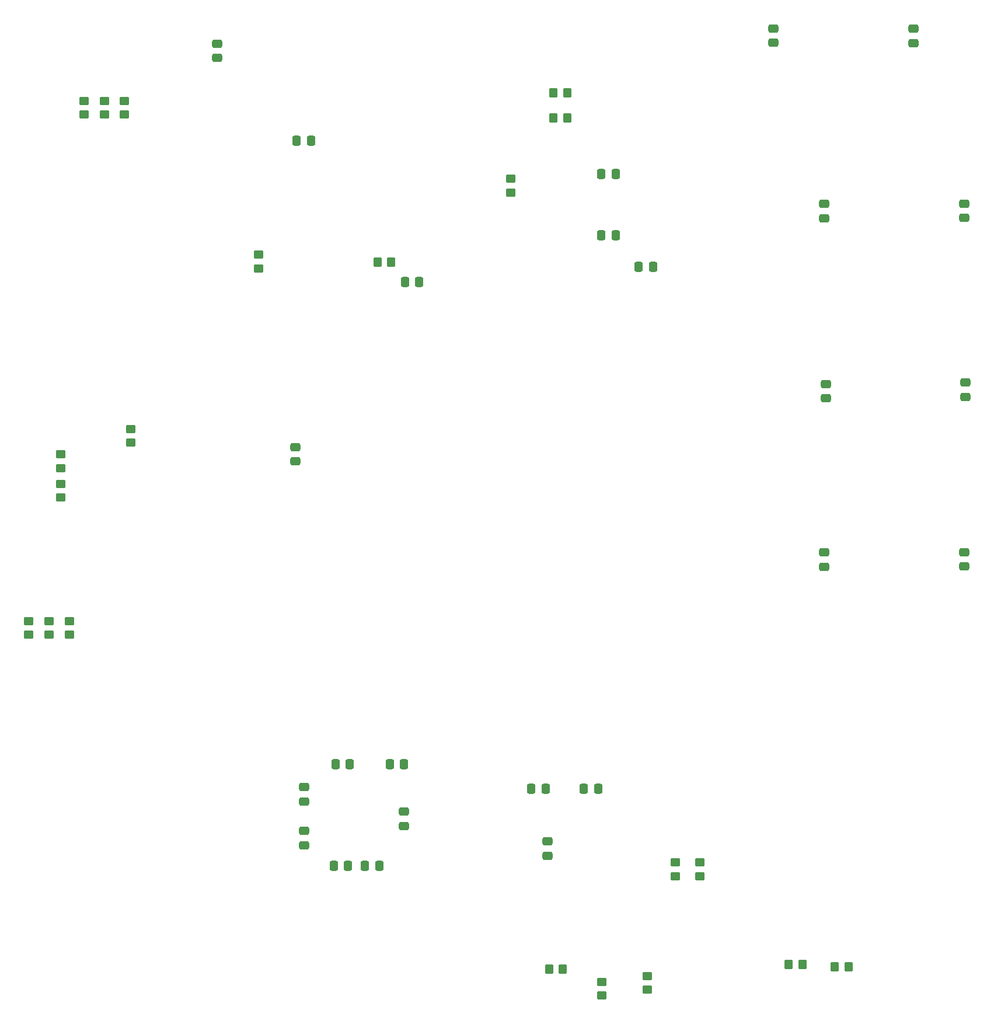
<source format=gbr>
%TF.GenerationSoftware,KiCad,Pcbnew,9.0.2+dfsg-1*%
%TF.CreationDate,2025-09-24T03:37:14+02:00*%
%TF.ProjectId,homebrew_486,686f6d65-6272-4657-975f-3438362e6b69,rev?*%
%TF.SameCoordinates,Original*%
%TF.FileFunction,Paste,Bot*%
%TF.FilePolarity,Positive*%
%FSLAX46Y46*%
G04 Gerber Fmt 4.6, Leading zero omitted, Abs format (unit mm)*
G04 Created by KiCad (PCBNEW 9.0.2+dfsg-1) date 2025-09-24 03:37:14*
%MOMM*%
%LPD*%
G01*
G04 APERTURE LIST*
G04 Aperture macros list*
%AMRoundRect*
0 Rectangle with rounded corners*
0 $1 Rounding radius*
0 $2 $3 $4 $5 $6 $7 $8 $9 X,Y pos of 4 corners*
0 Add a 4 corners polygon primitive as box body*
4,1,4,$2,$3,$4,$5,$6,$7,$8,$9,$2,$3,0*
0 Add four circle primitives for the rounded corners*
1,1,$1+$1,$2,$3*
1,1,$1+$1,$4,$5*
1,1,$1+$1,$6,$7*
1,1,$1+$1,$8,$9*
0 Add four rect primitives between the rounded corners*
20,1,$1+$1,$2,$3,$4,$5,0*
20,1,$1+$1,$4,$5,$6,$7,0*
20,1,$1+$1,$6,$7,$8,$9,0*
20,1,$1+$1,$8,$9,$2,$3,0*%
G04 Aperture macros list end*
%ADD10RoundRect,0.250000X0.475000X-0.337500X0.475000X0.337500X-0.475000X0.337500X-0.475000X-0.337500X0*%
%ADD11RoundRect,0.250000X-0.450000X0.350000X-0.450000X-0.350000X0.450000X-0.350000X0.450000X0.350000X0*%
%ADD12RoundRect,0.250000X-0.350000X-0.450000X0.350000X-0.450000X0.350000X0.450000X-0.350000X0.450000X0*%
%ADD13RoundRect,0.250000X-0.337500X-0.475000X0.337500X-0.475000X0.337500X0.475000X-0.337500X0.475000X0*%
%ADD14RoundRect,0.250000X-0.475000X0.337500X-0.475000X-0.337500X0.475000X-0.337500X0.475000X0.337500X0*%
%ADD15RoundRect,0.250000X0.337500X0.475000X-0.337500X0.475000X-0.337500X-0.475000X0.337500X-0.475000X0*%
%ADD16RoundRect,0.250000X0.450000X-0.350000X0.450000X0.350000X-0.450000X0.350000X-0.450000X-0.350000X0*%
%ADD17RoundRect,0.250000X0.350000X0.450000X-0.350000X0.450000X-0.350000X-0.450000X0.350000X-0.450000X0*%
G04 APERTURE END LIST*
D10*
%TO.C,C11*%
X68326000Y-144801500D03*
X68326000Y-142726500D03*
%TD*%
D11*
%TO.C,R12*%
X122174000Y-147320000D03*
X122174000Y-149320000D03*
%TD*%
D10*
%TO.C,C7*%
X103632000Y-146347000D03*
X103632000Y-144272000D03*
%TD*%
D12*
%TO.C,R28*%
X104553000Y-35687000D03*
X106553000Y-35687000D03*
%TD*%
D10*
%TO.C,C31*%
X55753000Y-30628500D03*
X55753000Y-28553500D03*
%TD*%
D11*
%TO.C,R13*%
X111506000Y-164608000D03*
X111506000Y-166608000D03*
%TD*%
%TO.C,R23*%
X28390000Y-112300000D03*
X28390000Y-114300000D03*
%TD*%
D13*
%TO.C,C10*%
X72644000Y-147828000D03*
X74719000Y-147828000D03*
%TD*%
D11*
%TO.C,R24*%
X31340000Y-112300000D03*
X31340000Y-114300000D03*
%TD*%
%TO.C,R18*%
X42320000Y-36862000D03*
X42320000Y-38862000D03*
%TD*%
D13*
%TO.C,C16*%
X80772000Y-133096000D03*
X82847000Y-133096000D03*
%TD*%
D11*
%TO.C,R26*%
X61722000Y-59182000D03*
X61722000Y-61182000D03*
%TD*%
%TO.C,R16*%
X36420000Y-36862000D03*
X36420000Y-38862000D03*
%TD*%
D10*
%TO.C,C29*%
X143764000Y-53891000D03*
X143764000Y-51816000D03*
%TD*%
D12*
%TO.C,R9*%
X103886000Y-162814000D03*
X105886000Y-162814000D03*
%TD*%
D10*
%TO.C,C25*%
X164084000Y-104394000D03*
X164084000Y-102319000D03*
%TD*%
D13*
%TO.C,C32*%
X67288500Y-42672000D03*
X69363500Y-42672000D03*
%TD*%
D14*
%TO.C,C42*%
X67064000Y-87079000D03*
X67064000Y-89154000D03*
%TD*%
D15*
%TO.C,C35*%
X113559500Y-56388000D03*
X111484500Y-56388000D03*
%TD*%
%TO.C,C40*%
X118957000Y-60896500D03*
X116882000Y-60896500D03*
%TD*%
D11*
%TO.C,R17*%
X39370000Y-36862000D03*
X39370000Y-38862000D03*
%TD*%
D13*
%TO.C,C41*%
X82973000Y-63119000D03*
X85048000Y-63119000D03*
%TD*%
D12*
%TO.C,R22*%
X79010000Y-60261500D03*
X81010000Y-60261500D03*
%TD*%
D11*
%TO.C,R25*%
X34290000Y-112300000D03*
X34290000Y-114300000D03*
%TD*%
D10*
%TO.C,C27*%
X164084000Y-53848000D03*
X164084000Y-51773000D03*
%TD*%
D11*
%TO.C,R11*%
X125730000Y-147320000D03*
X125730000Y-149320000D03*
%TD*%
D10*
%TO.C,C26*%
X164278000Y-79777500D03*
X164278000Y-77702500D03*
%TD*%
D13*
%TO.C,C12*%
X72898000Y-133096000D03*
X74973000Y-133096000D03*
%TD*%
D16*
%TO.C,R21*%
X33083500Y-94392500D03*
X33083500Y-92392500D03*
%TD*%
D10*
%TO.C,C24*%
X144018000Y-80010000D03*
X144018000Y-77935000D03*
%TD*%
D11*
%TO.C,R10*%
X98361500Y-48149000D03*
X98361500Y-50149000D03*
%TD*%
%TO.C,R19*%
X43243500Y-84455000D03*
X43243500Y-86455000D03*
%TD*%
D10*
%TO.C,C30*%
X136452000Y-28448000D03*
X136452000Y-26373000D03*
%TD*%
D11*
%TO.C,R29*%
X118162000Y-163782500D03*
X118162000Y-165782500D03*
%TD*%
D14*
%TO.C,C15*%
X82804000Y-139954000D03*
X82804000Y-142029000D03*
%TD*%
D15*
%TO.C,C13*%
X79248000Y-147828000D03*
X77173000Y-147828000D03*
%TD*%
D10*
%TO.C,C28*%
X156772000Y-28491000D03*
X156772000Y-26416000D03*
%TD*%
D14*
%TO.C,C14*%
X68326000Y-136376500D03*
X68326000Y-138451500D03*
%TD*%
D10*
%TO.C,C23*%
X143764000Y-104415500D03*
X143764000Y-102340500D03*
%TD*%
D16*
%TO.C,R20*%
X33083500Y-90106500D03*
X33083500Y-88106500D03*
%TD*%
D13*
%TO.C,C34*%
X111484500Y-47498000D03*
X113559500Y-47498000D03*
%TD*%
D15*
%TO.C,C8*%
X103378000Y-136652000D03*
X101303000Y-136652000D03*
%TD*%
D13*
%TO.C,C9*%
X108923000Y-136652000D03*
X110998000Y-136652000D03*
%TD*%
D12*
%TO.C,R15*%
X145367500Y-162433000D03*
X147367500Y-162433000D03*
%TD*%
D17*
%TO.C,R27*%
X106553000Y-39370000D03*
X104553000Y-39370000D03*
%TD*%
D12*
%TO.C,R14*%
X138636500Y-162115500D03*
X140636500Y-162115500D03*
%TD*%
M02*

</source>
